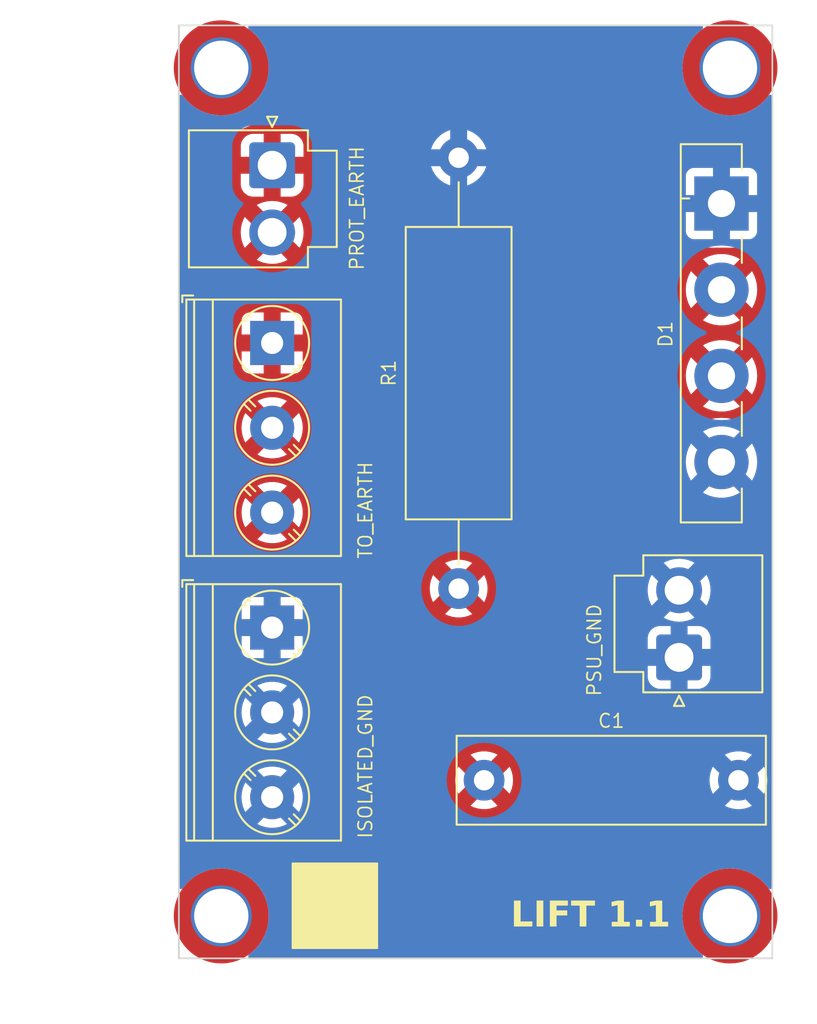
<source format=kicad_pcb>
(kicad_pcb (version 20240108) (generator "pcbnew") (generator_version "8.0")
  (layers (0 "F.Cu" signal) (31 "B.Cu" signal) (34 "B.Paste" user) (35 "F.Paste" user) (36 "B.SilkS" user "B.Silkscreen") (37 "F.SilkS" user "F.Silkscreen") (38 "B.Mask" user) (39 "F.Mask" user) (44 "Edge.Cuts" user))
  (net 0 "")
  (net 1 "EARTH")
  (net 2 "GND")
  (footprint "MountingHole:MountingHole_3.2mm_M3_DIN965_Pad_TopOnly" (layer "F.Cu") (at 160.5 106.5)
    (property "Reference" "H4" (hide yes))
    (property "Value" "MountingHole")
    (pad "1" thru_hole circle (at 0 0) (size 3.6 3.6) (drill 3.2) (layers "*.Cu" "*.Mask"))
    (pad "1" connect circle (at 0 0) (size 5.6 5.6) (layers "F.Cu" "F.Mask"))
  )
  (footprint "TerminalBlock_Phoenix:TerminalBlock_Phoenix_PT-1,5-3-5.0-H_1x03_P5.00mm_Horizontal" (layer "F.Cu") (at 133.5 89.5 -90)
    (property "Reference" "J4" (hide yes))
    (property "Value" "Conn_01x03_Pin")
    (fp_line (start -2.8 5.3) (end -2.4 5.3) (stroke (width 0.12)) (layer "F.SilkS"))
    (fp_line (start -2.56 5.06) (end 12.56 5.06) (stroke (width 0.12)) (layer "F.SilkS"))
    (fp_line (start -2.8 4.66) (end -2.8 5.3) (stroke (width 0.12)) (layer "F.SilkS"))
    (fp_line (start -2.56 4.6) (end 12.56 4.6) (stroke (width 0.12)) (layer "F.SilkS"))
    (fp_line (start -2.56 3.5) (end 12.56 3.5) (stroke (width 0.12)) (layer "F.SilkS"))
    (fp_line (start -1.282 1.547) (end -1.388 1.654) (stroke (width 0.12)) (layer "F.SilkS"))
    (fp_line (start -1.548 1.281) (end -1.654 1.388) (stroke (width 0.12)) (layer "F.SilkS"))
    (fp_line (start 3.993 1.274) (end 3.613 1.654) (stroke (width 0.12)) (layer "F.SilkS"))
    (fp_line (start 8.993 1.274) (end 8.613 1.654) (stroke (width 0.12)) (layer "F.SilkS"))
    (fp_line (start 3.742 0.992) (end 3.347 1.388) (stroke (width 0.12)) (layer "F.SilkS"))
    (fp_line (start 8.742 0.992) (end 8.347 1.388) (stroke (width 0.12)) (layer "F.SilkS"))
    (fp_line (start 1.654 -1.388) (end 1.547 -1.281) (stroke (width 0.12)) (layer "F.SilkS"))
    (fp_line (start 6.654 -1.388) (end 6.259 -0.992) (stroke (width 0.12)) (layer "F.SilkS"))
    (fp_line (start 11.654 -1.388) (end 11.259 -0.992) (stroke (width 0.12)) (layer "F.SilkS"))
    (fp_line (start 1.388 -1.654) (end 1.281 -1.547) (stroke (width 0.12)) (layer "F.SilkS"))
    (fp_line (start 6.388 -1.654) (end 6.008 -1.274) (stroke (width 0.12)) (layer "F.SilkS"))
    (fp_line (start 11.388 -1.654) (end 11.008 -1.274) (stroke (width 0.12)) (layer "F.SilkS"))
    (fp_line (start -2.56 -4.06) (end -2.56 5.06) (stroke (width 0.12)) (layer "F.SilkS"))
    (fp_line (start -2.56 -4.06) (end 12.56 -4.06) (stroke (width 0.12)) (layer "F.SilkS"))
    (fp_line (start 12.56 -4.06) (end 12.56 5.06) (stroke (width 0.12)) (layer "F.SilkS"))
    (fp_circle (center 0 0) (end 2.18 0) (stroke (width 0.12)) (fill none) (layer "F.SilkS"))
    (fp_circle (center 5 0) (end 7.18 0) (stroke (width 0.12)) (fill none) (layer "F.SilkS"))
    (fp_circle (center 10 0) (end 12.18 0) (stroke (width 0.12)) (fill none) (layer "F.SilkS"))
    (pad "1" thru_hole rect (at 0 0 270) (size 2.6 2.6) (drill 1.3) (layers "*.Cu" "*.Mask") (net 2 "GND"))
    (pad "2" thru_hole circle (at 5 0 270) (size 2.6 2.6) (drill 1.3) (layers "*.Cu" "*.Mask") (net 2 "GND"))
    (pad "3" thru_hole circle (at 10 0 270) (size 2.6 2.6) (drill 1.3) (layers "*.Cu" "*.Mask") (net 2 "GND"))
  )
  (footprint "Resistor_THT:R_Axial_DIN0617_L17.0mm_D6.0mm_P25.40mm_Horizontal" (layer "F.Cu") (at 144.5 87.2 90)
    (property "Reference" "R1" (at 12.7 -4.12 90) (layer "F.SilkS") (effects (font (size 0.8 0.8) (thickness 0.1))))
    (property "Value" "10R 5W")
    (fp_line (start 21.32 -3.12) (end 4.08 -3.12) (stroke (width 0.12)) (layer "F.SilkS"))
    (fp_line (start 4.08 -3.12) (end 4.08 3.12) (stroke (width 0.12)) (layer "F.SilkS"))
    (fp_line (start 23.96 0) (end 21.32 0) (stroke (width 0.12)) (layer "F.SilkS"))
    (fp_line (start 1.44 0) (end 4.08 0) (stroke (width 0.12)) (layer "F.SilkS"))
    (fp_line (start 21.32 3.12) (end 21.32 -3.12) (stroke (width 0.12)) (layer "F.SilkS"))
    (fp_line (start 4.08 3.12) (end 21.32 3.12) (stroke (width 0.12)) (layer "F.SilkS"))
    (pad "1" thru_hole circle (at 0 0 90) (size 2.4 2.4) (drill 1.2) (layers "*.Cu" "*.Mask") (net 1 "EARTH"))
    (pad "2" thru_hole oval (at 25.4 0 90) (size 2.4 2.4) (drill 1.2) (layers "*.Cu" "*.Mask") (net 2 "GND"))
  )
  (footprint "TerminalBlock_Phoenix:TerminalBlock_Phoenix_PT-1,5-3-5.0-H_1x03_P5.00mm_Horizontal" (layer "F.Cu") (at 133.5 72.72 -90)
    (property "Reference" "J3" (hide yes))
    (property "Value" "Conn_01x03_Pin")
    (fp_line (start -2.8 5.3) (end -2.4 5.3) (stroke (width 0.12)) (layer "F.SilkS"))
    (fp_line (start -2.56 5.06) (end 12.56 5.06) (stroke (width 0.12)) (layer "F.SilkS"))
    (fp_line (start -2.8 4.66) (end -2.8 5.3) (stroke (width 0.12)) (layer "F.SilkS"))
    (fp_line (start -2.56 4.6) (end 12.56 4.6) (stroke (width 0.12)) (layer "F.SilkS"))
    (fp_line (start -2.56 3.5) (end 12.56 3.5) (stroke (width 0.12)) (layer "F.SilkS"))
    (fp_line (start -1.282 1.547) (end -1.388 1.654) (stroke (width 0.12)) (layer "F.SilkS"))
    (fp_line (start -1.548 1.281) (end -1.654 1.388) (stroke (width 0.12)) (layer "F.SilkS"))
    (fp_line (start 3.993 1.274) (end 3.613 1.654) (stroke (width 0.12)) (layer "F.SilkS"))
    (fp_line (start 8.993 1.274) (end 8.613 1.654) (stroke (width 0.12)) (layer "F.SilkS"))
    (fp_line (start 3.742 0.992) (end 3.347 1.388) (stroke (width 0.12)) (layer "F.SilkS"))
    (fp_line (start 8.742 0.992) (end 8.347 1.388) (stroke (width 0.12)) (layer "F.SilkS"))
    (fp_line (start 1.654 -1.388) (end 1.547 -1.281) (stroke (width 0.12)) (layer "F.SilkS"))
    (fp_line (start 6.654 -1.388) (end 6.259 -0.992) (stroke (width 0.12)) (layer "F.SilkS"))
    (fp_line (start 11.654 -1.388) (end 11.259 -0.992) (stroke (width 0.12)) (layer "F.SilkS"))
    (fp_line (start 1.388 -1.654) (end 1.281 -1.547) (stroke (width 0.12)) (layer "F.SilkS"))
    (fp_line (start 6.388 -1.654) (end 6.008 -1.274) (stroke (width 0.12)) (layer "F.SilkS"))
    (fp_line (start 11.388 -1.654) (end 11.008 -1.274) (stroke (width 0.12)) (layer "F.SilkS"))
    (fp_line (start -2.56 -4.06) (end -2.56 5.06) (stroke (width 0.12)) (layer "F.SilkS"))
    (fp_line (start -2.56 -4.06) (end 12.56 -4.06) (stroke (width 0.12)) (layer "F.SilkS"))
    (fp_line (start 12.56 -4.06) (end 12.56 5.06) (stroke (width 0.12)) (layer "F.SilkS"))
    (fp_circle (center 0 0) (end 2.18 0) (stroke (width 0.12)) (fill none) (layer "F.SilkS"))
    (fp_circle (center 5 0) (end 7.18 0) (stroke (width 0.12)) (fill none) (layer "F.SilkS"))
    (fp_circle (center 10 0) (end 12.18 0) (stroke (width 0.12)) (fill none) (layer "F.SilkS"))
    (pad "1" thru_hole rect (at 0 0 270) (size 2.6 2.6) (drill 1.3) (layers "*.Cu" "*.Mask") (net 1 "EARTH"))
    (pad "2" thru_hole circle (at 5 0 270) (size 2.6 2.6) (drill 1.3) (layers "*.Cu" "*.Mask") (net 1 "EARTH"))
    (pad "3" thru_hole circle (at 10 0 270) (size 2.6 2.6) (drill 1.3) (layers "*.Cu" "*.Mask") (net 1 "EARTH"))
  )
  (footprint "Connector_JST:JST_VH_B2P-VH-B_1x02_P3.96mm_Vertical" (layer "F.Cu") (at 133.5 62.2425 -90)
    (property "Reference" "J1" (hide yes))
    (property "Value" "Conn_01x02_Male")
    (fp_line (start -2.06 4.91) (end -2.06 -2.11) (stroke (width 0.12)) (layer "F.SilkS"))
    (fp_line (start 6.02 4.91) (end -2.06 4.91) (stroke (width 0.12)) (layer "F.SilkS"))
    (fp_line (start -2.86 0.3) (end -2.86 -0.3) (stroke (width 0.12)) (layer "F.SilkS"))
    (fp_line (start -2.26 0) (end -2.86 0.3) (stroke (width 0.12)) (layer "F.SilkS"))
    (fp_line (start -2.86 -0.3) (end -2.26 0) (stroke (width 0.12)) (layer "F.SilkS"))
    (fp_line (start -2.06 -2.11) (end -0.86 -2.11) (stroke (width 0.12)) (layer "F.SilkS"))
    (fp_line (start -0.86 -2.11) (end -0.86 -3.81) (stroke (width 0.12)) (layer "F.SilkS"))
    (fp_line (start 4.82 -2.11) (end 6.02 -2.11) (stroke (width 0.12)) (layer "F.SilkS"))
    (fp_line (start 6.02 -2.11) (end 6.02 4.91) (stroke (width 0.12)) (layer "F.SilkS"))
    (fp_line (start -0.86 -3.81) (end 4.82 -3.81) (stroke (width 0.12)) (layer "F.SilkS"))
    (fp_line (start 4.82 -3.81) (end 4.82 -2.11) (stroke (width 0.12)) (layer "F.SilkS"))
    (pad "1" thru_hole roundrect (at 0 0 270) (size 2.7 2.7) (drill 1.7) (layers "*.Cu" "*.Mask") (roundrect_rratio 0.09259296296) (net 1 "EARTH"))
    (pad "2" thru_hole circle (at 3.96 0 270) (size 2.7 2.7) (drill 1.7) (layers "*.Cu" "*.Mask") (net 1 "EARTH"))
  )
  (footprint "MountingHole:MountingHole_3.2mm_M3_DIN965_Pad_TopOnly" (layer "F.Cu") (at 130.5 56.5)
    (property "Reference" "H1" (hide yes))
    (property "Value" "MountingHole")
    (pad "1" thru_hole circle (at 0 0) (size 3.6 3.6) (drill 3.2) (layers "*.Cu" "*.Mask"))
    (pad "1" connect circle (at 0 0) (size 5.6 5.6) (layers "F.Cu" "F.Mask"))
  )
  (footprint "Diode_THT:Diode_Bridge_Vishay_GBU" (layer "F.Cu") (at 160 64.5 -90)
    (property "Reference" "D1" (at 7.7 3.3 90) (layer "F.SilkS") (effects (font (size 0.8 0.8) (thickness 0.1))))
    (property "Value" "833-GBU3510-BP")
    (fp_line (start -3.5 2.4) (end -3.5 -1.2) (stroke (width 0.12)) (layer "F.SilkS"))
    (fp_line (start -0.3 2.4) (end -0.3 1.9) (stroke (width 0.12)) (layer "F.SilkS"))
    (fp_line (start 18.8 2.4) (end -3.5 2.4) (stroke (width 0.12)) (layer "F.SilkS"))
    (fp_line (start -3.5 -1.2) (end -2 -1.2) (stroke (width 0.12)) (layer "F.SilkS"))
    (fp_line (start 2 -1.2) (end 3.5 -1.2) (stroke (width 0.12)) (layer "F.SilkS"))
    (fp_line (start 6.7 -1.2) (end 8.6 -1.2) (stroke (width 0.12)) (layer "F.SilkS"))
    (fp_line (start 11.7 -1.2) (end 13.7 -1.2) (stroke (width 0.12)) (layer "F.SilkS"))
    (fp_line (start 16.8 -1.2) (end 18.8 -1.2) (stroke (width 0.12)) (layer "F.SilkS"))
    (fp_line (start 18.8 -1.2) (end 18.8 2.4) (stroke (width 0.12)) (layer "F.SilkS"))
    (pad "1" thru_hole rect (at 0 0 270) (size 3.2 3.2) (drill 1.6) (layers "*.Cu" "*.Mask") (net 2 "GND"))
    (pad "2" thru_hole circle (at 5.08 0 270) (size 3.2 3.2) (drill 1.6) (layers "*.Cu" "*.Mask") (net 1 "EARTH"))
    (pad "3" thru_hole circle (at 10.16 0 270) (size 3.2 3.2) (drill 1.6) (layers "*.Cu" "*.Mask") (net 1 "EARTH"))
    (pad "4" thru_hole circle (at 15.24 0 270) (size 3.2 3.2) (drill 1.6) (layers "*.Cu" "*.Mask") (net 2 "GND"))
  )
  (footprint "Capacitor_THT:C_Rect_L18.0mm_W5.0mm_P15.00mm_FKS3_FKP3" (layer "F.Cu") (at 146 98.5)
    (property "Reference" "C1" (at 7.5 -3.5 0) (layer "F.SilkS") (effects (font (size 0.8 0.8) (thickness 0.1))))
    (property "Value" "100n X2 250V")
    (fp_line (start -1.62 -2.62) (end -1.62 2.62) (stroke (width 0.12)) (layer "F.SilkS"))
    (fp_line (start -1.62 -2.62) (end 16.62 -2.62) (stroke (width 0.12)) (layer "F.SilkS"))
    (fp_line (start -1.62 2.62) (end 16.62 2.62) (stroke (width 0.12)) (layer "F.SilkS"))
    (fp_line (start 16.62 -2.62) (end 16.62 2.62) (stroke (width 0.12)) (layer "F.SilkS"))
    (pad "1" thru_hole circle (at 0 0) (size 2.4 2.4) (drill 1.2) (layers "*.Cu" "*.Mask") (net 1 "EARTH"))
    (pad "2" thru_hole circle (at 15 0) (size 2.4 2.4) (drill 1.2) (layers "*.Cu" "*.Mask") (net 2 "GND"))
  )
  (footprint "MountingHole:MountingHole_3.2mm_M3_DIN965_Pad_TopOnly" (layer "F.Cu") (at 130.5 106.5)
    (property "Reference" "H3" (hide yes))
    (property "Value" "MountingHole")
    (pad "1" thru_hole circle (at 0 0) (size 3.6 3.6) (drill 3.2) (layers "*.Cu" "*.Mask"))
    (pad "1" connect circle (at 0 0) (size 5.6 5.6) (layers "F.Cu" "F.Mask"))
  )
  (footprint "MountingHole:MountingHole_3.2mm_M3_DIN965_Pad_TopOnly" (layer "F.Cu") (at 160.5 56.5)
    (property "Reference" "H2" (hide yes))
    (property "Value" "MountingHole")
    (pad "1" thru_hole circle (at 0 0) (size 3.6 3.6) (drill 3.2) (layers "*.Cu" "*.Mask"))
    (pad "1" connect circle (at 0 0) (size 5.6 5.6) (layers "F.Cu" "F.Mask"))
  )
  (footprint "Connector_JST:JST_VH_B2P-VH-B_1x02_P3.96mm_Vertical" (layer "F.Cu") (at 157.5 91.2575 90)
    (property "Reference" "J2" (hide yes))
    (property "Value" "Conn_01x02_Male")
    (fp_line (start 4.82 -3.81) (end 4.82 -2.11) (stroke (width 0.12)) (layer "F.SilkS"))
    (fp_line (start -0.86 -3.81) (end 4.82 -3.81) (stroke (width 0.12)) (layer "F.SilkS"))
    (fp_line (start 6.02 -2.11) (end 6.02 4.91) (stroke (width 0.12)) (layer "F.SilkS"))
    (fp_line (start 4.82 -2.11) (end 6.02 -2.11) (stroke (width 0.12)) (layer "F.SilkS"))
    (fp_line (start -0.86 -2.11) (end -0.86 -3.81) (stroke (width 0.12)) (layer "F.SilkS"))
    (fp_line (start -2.06 -2.11) (end -0.86 -2.11) (stroke (width 0.12)) (layer "F.SilkS"))
    (fp_line (start -2.86 -0.3) (end -2.26 0) (stroke (width 0.12)) (layer "F.SilkS"))
    (fp_line (start -2.26 0) (end -2.86 0.3) (stroke (width 0.12)) (layer "F.SilkS"))
    (fp_line (start -2.86 0.3) (end -2.86 -0.3) (stroke (width 0.12)) (layer "F.SilkS"))
    (fp_line (start 6.02 4.91) (end -2.06 4.91) (stroke (width 0.12)) (layer "F.SilkS"))
    (fp_line (start -2.06 4.91) (end -2.06 -2.11) (stroke (width 0.12)) (layer "F.SilkS"))
    (pad "1" thru_hole roundrect (at 0 0 90) (size 2.7 2.7) (drill 1.7) (layers "*.Cu" "*.Mask") (roundrect_rratio 0.092593) (net 2 "GND"))
    (pad "2" thru_hole circle (at 3.96 0 90) (size 2.7 2.7) (drill 1.7) (layers "*.Cu" "*.Mask") (net 2 "GND"))
  )
  (gr_rect (start 134.7 103.4) (end 139.7 108.4) (stroke (width 0.1)) (fill solid) (layer "F.SilkS"))
  (gr_line (start 163 54) (end 128 54) (stroke (width 0.1)) (layer "Edge.Cuts"))
  (gr_line (start 128 109) (end 128 54) (stroke (width 0.1)) (layer "Edge.Cuts"))
  (gr_line (start 163 109) (end 128 109) (stroke (width 0.1)) (layer "Edge.Cuts"))
  (gr_line (start 163 54) (end 163 109) (stroke (width 0.1)) (layer "Edge.Cuts"))
  (gr_text "TO_EARTH" (at 139 85.5 90) (layer "F.SilkS") (effects (font (size 0.8 0.8) (thickness 0.1)) (justify left)))
  (gr_text "ISOLATED_GND" (at 139 102 90) (layer "F.SilkS") (effects (font (size 0.8 0.8) (thickness 0.1)) (justify left)))
  (gr_text "PROT_EARTH" (at 138.5 68.5 90) (layer "F.SilkS") (effects (font (size 0.8 0.8) (thickness 0.1)) (justify left)))
  (gr_text "PSU_GND" (at 152.5 93.615 90) (layer "F.SilkS") (effects (font (size 0.8 0.8) (thickness 0.1)) (justify left)))
  (gr_text "LIFT 1.1" (at 157 106.5 0) (layer "F.SilkS") (effects (font (size 1.5 1.5) (thickness 0.16) (bold yes)) (justify right)))
  (zone (net 1) (net_name "EARTH") (layer "F.Cu") (connect_pads (clearance 1)) (min_thickness 0.25) (fill yes (thermal_gap 0.5) (thermal_bridge_width 1) (smoothing fillet) (radius 1))
    (polygon (pts (xy 164.6 112.4) (xy 164.6 109.9) (xy 126.6 109.9) (xy 126.6 112.8) (xy 126.9 112.8) (xy 126.9 60.6) (xy 126.9 53) (xy 164 53) (xy 164 60.4) (xy 163.9 60.4) (xy 163.9 112.4)))
  )
  (zone (net 2) (net_name "GND") (layer "B.Cu") (connect_pads (clearance 1)) (min_thickness 0.25) (fill yes (thermal_gap 0.5) (thermal_bridge_width 1) (smoothing fillet) (radius 1))
    (polygon (pts (xy 164.1 111.9) (xy 164.1 109.9) (xy 126.1 109.9) (xy 126.1 112.9) (xy 126.9 112.9) (xy 126.9 60.1) (xy 126.9 52.5) (xy 164 52.5) (xy 164 59.9) (xy 163.9 59.9) (xy 163.9 111.9)))
  )
)
</source>
